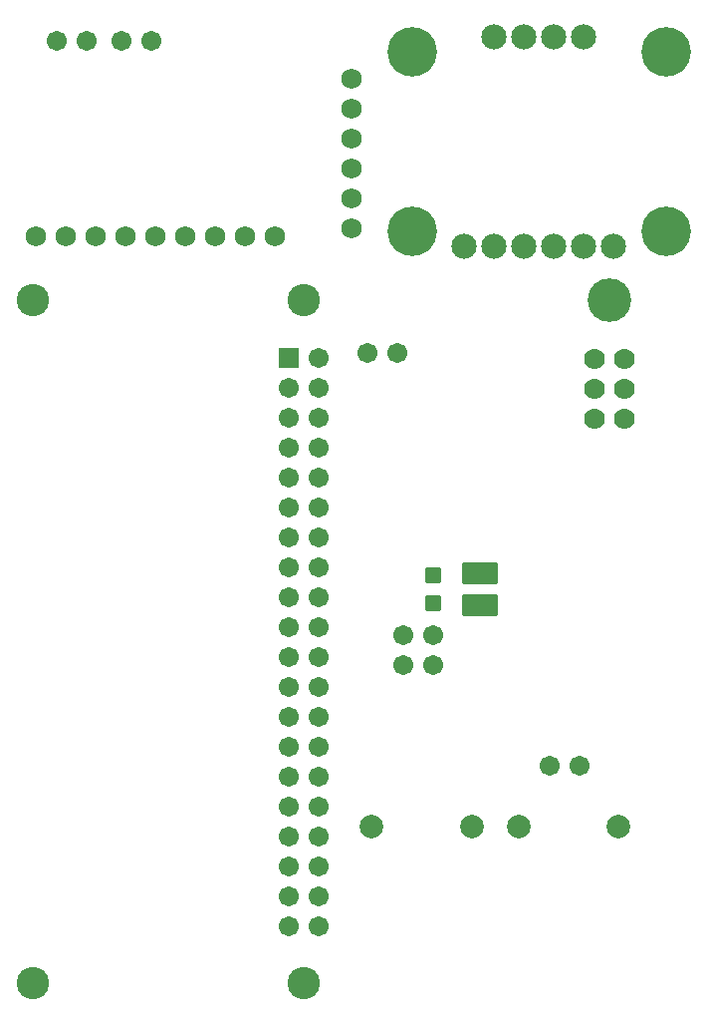
<source format=gbr>
%TF.GenerationSoftware,KiCad,Pcbnew,9.0.0*%
%TF.CreationDate,2025-04-02T13:50:30-07:00*%
%TF.ProjectId,Power Distribution,506f7765-7220-4446-9973-747269627574,V3.2*%
%TF.SameCoordinates,Original*%
%TF.FileFunction,Soldermask,Top*%
%TF.FilePolarity,Negative*%
%FSLAX46Y46*%
G04 Gerber Fmt 4.6, Leading zero omitted, Abs format (unit mm)*
G04 Created by KiCad (PCBNEW 9.0.0) date 2025-04-02 13:50:30*
%MOMM*%
%LPD*%
G01*
G04 APERTURE LIST*
G04 Aperture macros list*
%AMRoundRect*
0 Rectangle with rounded corners*
0 $1 Rounding radius*
0 $2 $3 $4 $5 $6 $7 $8 $9 X,Y pos of 4 corners*
0 Add a 4 corners polygon primitive as box body*
4,1,4,$2,$3,$4,$5,$6,$7,$8,$9,$2,$3,0*
0 Add four circle primitives for the rounded corners*
1,1,$1+$1,$2,$3*
1,1,$1+$1,$4,$5*
1,1,$1+$1,$6,$7*
1,1,$1+$1,$8,$9*
0 Add four rect primitives between the rounded corners*
20,1,$1+$1,$2,$3,$4,$5,0*
20,1,$1+$1,$4,$5,$6,$7,0*
20,1,$1+$1,$6,$7,$8,$9,0*
20,1,$1+$1,$8,$9,$2,$3,0*%
G04 Aperture macros list end*
%ADD10C,1.778000*%
%ADD11RoundRect,0.102000X0.575000X-0.575000X0.575000X0.575000X-0.575000X0.575000X-0.575000X-0.575000X0*%
%ADD12C,1.712000*%
%ADD13C,1.750000*%
%ADD14C,2.134400*%
%ADD15C,4.204000*%
%ADD16C,2.000000*%
%ADD17RoundRect,0.102000X1.405000X-0.800000X1.405000X0.800000X-1.405000X0.800000X-1.405000X-0.800000X0*%
%ADD18C,3.701600*%
%ADD19C,2.750000*%
%ADD20RoundRect,0.102000X-0.754000X0.754000X-0.754000X-0.754000X0.754000X-0.754000X0.754000X0.754000X0*%
G04 APERTURE END LIST*
D10*
%TO.C,REF\u002A\u002A*%
X131730000Y-55460000D03*
X134270000Y-55460000D03*
X131730000Y-58000000D03*
X134270000Y-58000000D03*
X131730000Y-60540000D03*
X134270000Y-60540000D03*
%TD*%
D11*
%TO.C,REF\u002A\u002A*%
X118000000Y-76175000D03*
X118000000Y-73825000D03*
%TD*%
D12*
%TO.C,*%
X118000000Y-81500000D03*
%TD*%
D13*
%TO.C,IC3*%
X111100000Y-31650000D03*
X111100000Y-34190000D03*
X111100000Y-36730000D03*
X111100000Y-39270000D03*
X111100000Y-41810000D03*
X111100000Y-44350000D03*
X104600000Y-45100000D03*
X102060000Y-45100000D03*
X99520000Y-45100000D03*
X96980000Y-45100000D03*
X94440000Y-45100000D03*
X91900000Y-45100000D03*
X89360000Y-45100000D03*
X86820000Y-45100000D03*
X84280000Y-45100000D03*
%TD*%
D12*
%TO.C,*%
X115000000Y-55000000D03*
%TD*%
%TO.C,*%
X88540000Y-28500000D03*
%TD*%
%TO.C,*%
X91500000Y-28500000D03*
%TD*%
%TO.C,*%
X130500000Y-90000000D03*
%TD*%
%TO.C,*%
X86000000Y-28500000D03*
%TD*%
D14*
%TO.C,REF\u002A\u002A*%
X120650000Y-45890000D03*
X123190000Y-45890000D03*
X125730000Y-45890000D03*
X128270000Y-45890000D03*
X130810000Y-45890000D03*
X133350000Y-45890000D03*
X130810000Y-28110000D03*
X128270000Y-28110000D03*
X125730000Y-28110000D03*
X123190000Y-28110000D03*
D15*
X116205000Y-44620000D03*
X137795000Y-44620000D03*
X137795000Y-29380000D03*
X116205000Y-29380000D03*
%TD*%
D12*
%TO.C,*%
X115460000Y-81500000D03*
%TD*%
%TO.C,*%
X112460000Y-55000000D03*
%TD*%
%TO.C,*%
X118000000Y-78960000D03*
%TD*%
D16*
%TO.C,TP4056 & MT3608*%
X112800000Y-95200000D03*
X121300000Y-95200000D03*
X125300000Y-95200000D03*
X133800000Y-95200000D03*
%TD*%
D17*
%TO.C,REF\u002A\u002A*%
X122000000Y-76353000D03*
X122000000Y-73647000D03*
%TD*%
D18*
%TO.C,REF\u002A\u002A*%
X133000000Y-50500000D03*
%TD*%
D12*
%TO.C,*%
X94040000Y-28500000D03*
%TD*%
%TO.C,*%
X115460000Y-78960000D03*
%TD*%
%TO.C,*%
X127960000Y-90000000D03*
%TD*%
D19*
%TO.C,REF\u002A\u002A*%
X107000000Y-50500000D03*
X84000000Y-50500000D03*
X107000000Y-108500000D03*
X84000000Y-108500000D03*
D20*
X105730000Y-55370000D03*
D12*
X108270000Y-55370000D03*
X105730000Y-57910000D03*
X108270000Y-57910000D03*
X105730000Y-60450000D03*
X108270000Y-60450000D03*
X105730000Y-62990000D03*
X108270000Y-62990000D03*
X105730000Y-65530000D03*
X108270000Y-65530000D03*
X105730000Y-68070000D03*
X108270000Y-68070000D03*
X105730000Y-70610000D03*
X108270000Y-70610000D03*
X105730000Y-73150000D03*
X108270000Y-73150000D03*
X105730000Y-75690000D03*
X108270000Y-75690000D03*
X105730000Y-78230000D03*
X108270000Y-78230000D03*
X105730000Y-80770000D03*
X108270000Y-80770000D03*
X105730000Y-83310000D03*
X108270000Y-83310000D03*
X105730000Y-85850000D03*
X108270000Y-85850000D03*
X105730000Y-88390000D03*
X108270000Y-88390000D03*
X105730000Y-90930000D03*
X108270000Y-90930000D03*
X105730000Y-93470000D03*
X108270000Y-93470000D03*
X105730000Y-96010000D03*
X108270000Y-96010000D03*
X105730000Y-98550000D03*
X108270000Y-98550000D03*
X105730000Y-101090000D03*
X108270000Y-101090000D03*
X105730000Y-103630000D03*
X108270000Y-103630000D03*
%TD*%
M02*

</source>
